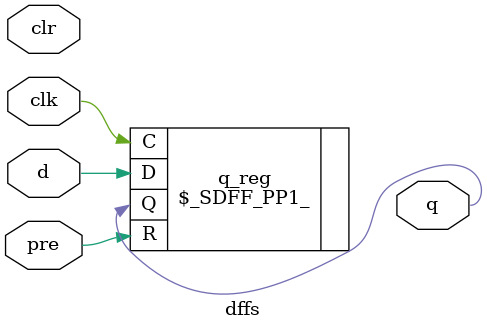
<source format=v>
/* Generated by Yosys 0.62+39 (git sha1 131911291-dirty, g++ 11.4.0-1ubuntu1~22.04.2 -Og -fPIC) */

(* top =  1  *)
(* src = "dut.sv:1.1-12.10" *)
module dffs(d, clk, pre, clr, q);
  (* src = "dut.sv:1.20-1.21" *)
  input d;
  wire d;
  (* src = "dut.sv:1.23-1.26" *)
  input clk;
  wire clk;
  (* src = "dut.sv:1.28-1.31" *)
  input pre;
  wire pre;
  (* src = "dut.sv:1.33-1.36" *)
  input clr;
  wire clr;
  (* init = 1'h0 *)
  (* src = "dut.sv:1.49-1.50" *)
  output q;
  wire q;
  (* src = "dut.sv:7.5-11.16" *)
  \$_SDFF_PP1_  q_reg /* _0_ */ (
    .C(clk),
    .D(d),
    .Q(q),
    .R(pre)
  );
endmodule

</source>
